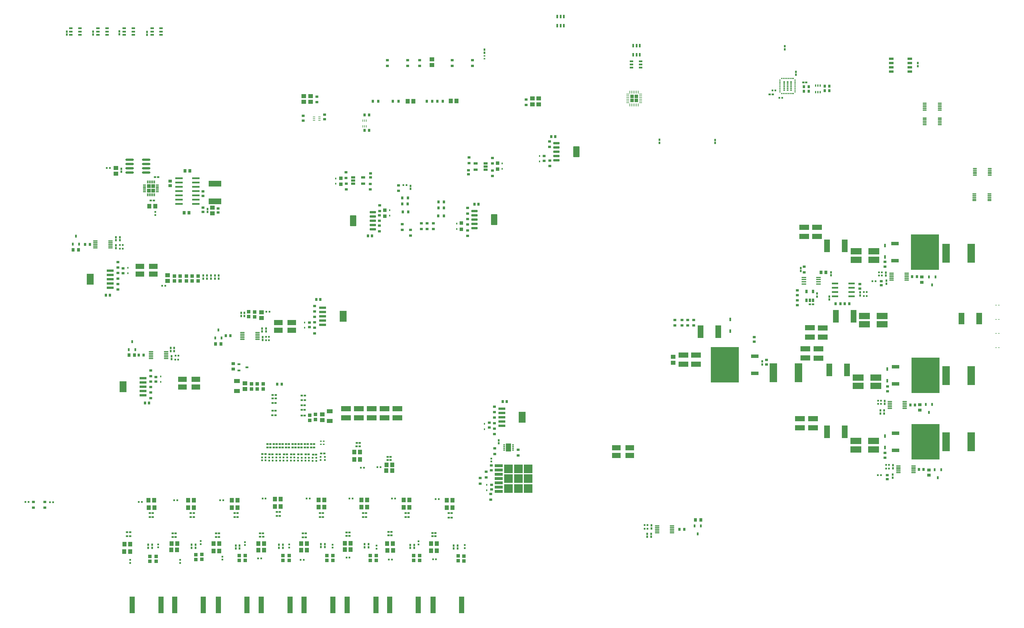
<source format=gbp>
G04*
G04 #@! TF.GenerationSoftware,Altium Limited,Altium Designer,20.2.6 (244)*
G04*
G04 Layer_Color=128*
%FSLAX25Y25*%
%MOIN*%
G70*
G04*
G04 #@! TF.SameCoordinates,7BFF7E2D-F564-4378-804B-9DD5228BFDDE*
G04*
G04*
G04 #@! TF.FilePolarity,Positive*
G04*
G01*
G75*
%ADD36R,0.02598X0.02441*%
%ADD37R,0.02441X0.02598*%
%ADD44R,0.03543X0.02953*%
%ADD48R,0.03543X0.02756*%
%ADD49R,0.03740X0.03150*%
%ADD55R,0.03150X0.03740*%
%ADD58R,0.02362X0.02165*%
%ADD60R,0.02600X0.00900*%
%ADD61R,0.06299X0.19291*%
%ADD67R,0.04528X0.05512*%
%ADD70R,0.03937X0.04134*%
%ADD75R,0.02165X0.01772*%
%ADD79R,0.02323X0.02441*%
%ADD94R,0.02441X0.02323*%
%ADD100R,0.03740X0.02362*%
%ADD101R,0.02953X0.03543*%
%ADD104R,0.05512X0.04528*%
%ADD109R,0.03937X0.03543*%
%ADD111R,0.00100X0.00100*%
%ADD112R,0.02756X0.03543*%
%ADD113R,0.02165X0.02362*%
%ADD117R,0.03543X0.03937*%
%ADD118R,0.02362X0.03740*%
G04:AMPARAMS|DCode=300|XSize=43.31mil|YSize=23.62mil|CornerRadius=2.01mil|HoleSize=0mil|Usage=FLASHONLY|Rotation=90.000|XOffset=0mil|YOffset=0mil|HoleType=Round|Shape=RoundedRectangle|*
%AMROUNDEDRECTD300*
21,1,0.04331,0.01961,0,0,90.0*
21,1,0.03929,0.02362,0,0,90.0*
1,1,0.00402,0.00980,0.01965*
1,1,0.00402,0.00980,-0.01965*
1,1,0.00402,-0.00980,-0.01965*
1,1,0.00402,-0.00980,0.01965*
%
%ADD300ROUNDEDRECTD300*%
%ADD301R,0.10000X0.06100*%
%ADD302R,0.07800X0.02200*%
%ADD303R,0.05315X0.01575*%
%ADD304R,0.03543X0.04134*%
%ADD305R,0.12800X0.07500*%
%ADD306O,0.05315X0.01181*%
%ADD307R,0.07008X0.13780*%
%ADD308R,0.01968X0.03937*%
%ADD309R,0.00900X0.02600*%
%ADD310R,0.03740X0.02953*%
%ADD311R,0.02559X0.02165*%
%ADD312R,0.02559X0.02165*%
%ADD313R,0.02559X0.02165*%
%ADD314R,0.02559X0.02165*%
%ADD315R,0.09000X0.02400*%
%ADD316R,0.14567X0.06890*%
%ADD317R,0.04134X0.03543*%
%ADD318R,0.04331X0.04331*%
%ADD319R,0.32677X0.41732*%
%ADD320R,0.08661X0.04134*%
%ADD321R,0.11811X0.06496*%
%ADD322R,0.09055X0.22047*%
%ADD323R,0.02365X0.04375*%
%ADD324R,0.01417X0.00984*%
%ADD325R,0.09252X0.03543*%
%ADD328O,0.03740X0.00984*%
%ADD329O,0.00984X0.03740*%
%ADD331R,0.01181X0.01772*%
%ADD332R,0.01772X0.01181*%
%ADD333R,0.05709X0.02559*%
%ADD334R,0.06890X0.14567*%
G04:AMPARAMS|DCode=335|XSize=11.81mil|YSize=53.15mil|CornerRadius=1.95mil|HoleSize=0mil|Usage=FLASHONLY|Rotation=90.000|XOffset=0mil|YOffset=0mil|HoleType=Round|Shape=RoundedRectangle|*
%AMROUNDEDRECTD335*
21,1,0.01181,0.04925,0,0,90.0*
21,1,0.00791,0.05315,0,0,90.0*
1,1,0.00390,0.02463,0.00396*
1,1,0.00390,0.02463,-0.00396*
1,1,0.00390,-0.02463,-0.00396*
1,1,0.00390,-0.02463,0.00396*
%
%ADD335ROUNDEDRECTD335*%
G04:AMPARAMS|DCode=336|XSize=25.59mil|YSize=47.24mil|CornerRadius=1.92mil|HoleSize=0mil|Usage=FLASHONLY|Rotation=270.000|XOffset=0mil|YOffset=0mil|HoleType=Round|Shape=RoundedRectangle|*
%AMROUNDEDRECTD336*
21,1,0.02559,0.04341,0,0,270.0*
21,1,0.02175,0.04724,0,0,270.0*
1,1,0.00384,-0.02170,-0.01088*
1,1,0.00384,-0.02170,0.01088*
1,1,0.00384,0.02170,0.01088*
1,1,0.00384,0.02170,-0.01088*
%
%ADD336ROUNDEDRECTD336*%
G04:AMPARAMS|DCode=337|XSize=124.02mil|YSize=70.87mil|CornerRadius=2.13mil|HoleSize=0mil|Usage=FLASHONLY|Rotation=90.000|XOffset=0mil|YOffset=0mil|HoleType=Round|Shape=RoundedRectangle|*
%AMROUNDEDRECTD337*
21,1,0.12402,0.06661,0,0,90.0*
21,1,0.11976,0.07087,0,0,90.0*
1,1,0.00425,0.03331,0.05988*
1,1,0.00425,0.03331,-0.05988*
1,1,0.00425,-0.03331,-0.05988*
1,1,0.00425,-0.03331,0.05988*
%
%ADD337ROUNDEDRECTD337*%
G04:AMPARAMS|DCode=338|XSize=23.62mil|YSize=70.87mil|CornerRadius=2.01mil|HoleSize=0mil|Usage=FLASHONLY|Rotation=90.000|XOffset=0mil|YOffset=0mil|HoleType=Round|Shape=RoundedRectangle|*
%AMROUNDEDRECTD338*
21,1,0.02362,0.06685,0,0,90.0*
21,1,0.01961,0.07087,0,0,90.0*
1,1,0.00402,0.03343,0.00980*
1,1,0.00402,0.03343,-0.00980*
1,1,0.00402,-0.03343,-0.00980*
1,1,0.00402,-0.03343,0.00980*
%
%ADD338ROUNDEDRECTD338*%
%ADD339R,0.01575X0.02165*%
G04:AMPARAMS|DCode=340|XSize=23.62mil|YSize=82.68mil|CornerRadius=2.01mil|HoleSize=0mil|Usage=FLASHONLY|Rotation=90.000|XOffset=0mil|YOffset=0mil|HoleType=Round|Shape=RoundedRectangle|*
%AMROUNDEDRECTD340*
21,1,0.02362,0.07866,0,0,90.0*
21,1,0.01961,0.08268,0,0,90.0*
1,1,0.00402,0.03933,0.00980*
1,1,0.00402,0.03933,-0.00980*
1,1,0.00402,-0.03933,-0.00980*
1,1,0.00402,-0.03933,0.00980*
%
%ADD340ROUNDEDRECTD340*%
G04:AMPARAMS|DCode=341|XSize=125.98mil|YSize=82.68mil|CornerRadius=2.07mil|HoleSize=0mil|Usage=FLASHONLY|Rotation=90.000|XOffset=0mil|YOffset=0mil|HoleType=Round|Shape=RoundedRectangle|*
%AMROUNDEDRECTD341*
21,1,0.12598,0.07854,0,0,90.0*
21,1,0.12185,0.08268,0,0,90.0*
1,1,0.00413,0.03927,0.06093*
1,1,0.00413,0.03927,-0.06093*
1,1,0.00413,-0.03927,-0.06093*
1,1,0.00413,-0.03927,0.06093*
%
%ADD341ROUNDEDRECTD341*%
%ADD342R,0.03937X0.01968*%
%ADD343R,0.06378X0.09370*%
%ADD344R,0.02165X0.01378*%
%ADD345R,0.03937X0.04331*%
%ADD346R,0.01772X0.02953*%
%ADD347O,0.09843X0.02756*%
%ADD348R,0.01181X0.03562*%
%ADD349R,0.03562X0.01181*%
%ADD351R,0.08465X0.12598*%
%ADD352R,0.08465X0.02756*%
%ADD353R,0.06890X0.04528*%
%ADD399R,0.10354X0.10354*%
%ADD400R,0.04252X0.04252*%
%ADD401R,0.02362X0.01181*%
G36*
X159234Y598205D02*
Y593874D01*
X154903D01*
Y598205D01*
X159234D01*
D02*
G37*
G36*
Y603323D02*
Y598992D01*
X154903D01*
Y603323D01*
X159234D01*
D02*
G37*
G36*
X164352Y598205D02*
Y593874D01*
X160022D01*
Y598205D01*
X164352D01*
D02*
G37*
G36*
Y603323D02*
Y598992D01*
X160022D01*
Y603323D01*
X164352D01*
D02*
G37*
D36*
X932532Y463000D02*
D03*
X929068D02*
D03*
X167926Y611655D02*
D03*
X164462D02*
D03*
X159426Y584347D02*
D03*
X162891D02*
D03*
X924758Y722504D02*
D03*
X921294D02*
D03*
X882039Y708584D02*
D03*
X885503D02*
D03*
X358471Y288603D02*
D03*
X361935D02*
D03*
X435941Y284634D02*
D03*
X439405D02*
D03*
X403240Y297228D02*
D03*
X399775D02*
D03*
X435831Y280972D02*
D03*
X439296D02*
D03*
X403313Y300995D02*
D03*
X399849D02*
D03*
X348834Y287575D02*
D03*
X352299D02*
D03*
X340186Y287600D02*
D03*
X343650D02*
D03*
X331733Y287616D02*
D03*
X335197D02*
D03*
X323302Y287680D02*
D03*
X326766D02*
D03*
X314893D02*
D03*
X318358D02*
D03*
X306457Y287764D02*
D03*
X309922D02*
D03*
X297990Y287719D02*
D03*
X301455D02*
D03*
X289731Y287968D02*
D03*
X293195D02*
D03*
X491733Y195771D02*
D03*
X488269D02*
D03*
X440365Y193251D02*
D03*
X436901D02*
D03*
X391377Y192471D02*
D03*
X387912D02*
D03*
X340429Y195339D02*
D03*
X336965D02*
D03*
X290484Y195551D02*
D03*
X287020D02*
D03*
X239094Y191012D02*
D03*
X235630D02*
D03*
X188428Y191055D02*
D03*
X184964D02*
D03*
X135201Y196661D02*
D03*
X131736D02*
D03*
X507287Y219028D02*
D03*
X510752D02*
D03*
X456866Y218976D02*
D03*
X460331D02*
D03*
X407224Y219098D02*
D03*
X410689D02*
D03*
X356913Y214571D02*
D03*
X360378D02*
D03*
X306594Y215634D02*
D03*
X310059D02*
D03*
X257169Y219063D02*
D03*
X260634D02*
D03*
X206098Y214535D02*
D03*
X209562D02*
D03*
X158276D02*
D03*
X161740D02*
D03*
X491684Y191957D02*
D03*
X488220D02*
D03*
X440404Y197204D02*
D03*
X436939D02*
D03*
X391469Y196351D02*
D03*
X388005D02*
D03*
X340429Y190681D02*
D03*
X336965D02*
D03*
X290577Y191485D02*
D03*
X287112D02*
D03*
X239094Y195551D02*
D03*
X235630D02*
D03*
X188428Y195583D02*
D03*
X184964D02*
D03*
X135248Y192133D02*
D03*
X131783D02*
D03*
X507287Y213898D02*
D03*
X510752D02*
D03*
X456866Y214370D02*
D03*
X460331D02*
D03*
X407224Y214398D02*
D03*
X410689D02*
D03*
X356913Y219098D02*
D03*
X360378D02*
D03*
X306594Y220272D02*
D03*
X310059D02*
D03*
X257169Y214535D02*
D03*
X260634D02*
D03*
X206098Y219063D02*
D03*
X209562D02*
D03*
X158276D02*
D03*
X161740D02*
D03*
X335650Y345043D02*
D03*
X339114D02*
D03*
X335697Y350994D02*
D03*
X339161D02*
D03*
X335697Y356345D02*
D03*
X339161D02*
D03*
X335619Y333034D02*
D03*
X339084D02*
D03*
X335650Y339776D02*
D03*
X339114D02*
D03*
X305193Y353131D02*
D03*
X301728D02*
D03*
X304953Y333293D02*
D03*
X301489D02*
D03*
X304985Y338606D02*
D03*
X301520D02*
D03*
X305116Y347614D02*
D03*
X301651D02*
D03*
X305193Y357038D02*
D03*
X301728D02*
D03*
D37*
X918300Y505432D02*
D03*
Y501968D02*
D03*
X937467Y472130D02*
D03*
Y475595D02*
D03*
X987800Y473568D02*
D03*
Y477032D02*
D03*
X953600Y496968D02*
D03*
Y500432D02*
D03*
X753352Y655257D02*
D03*
Y651792D02*
D03*
X818321Y655219D02*
D03*
Y651755D02*
D03*
X225600Y571068D02*
D03*
Y574532D02*
D03*
X125038Y617983D02*
D03*
Y621448D02*
D03*
X155036Y777947D02*
D03*
Y781411D02*
D03*
X122673Y778634D02*
D03*
Y782099D02*
D03*
X92107Y778265D02*
D03*
Y781730D02*
D03*
X61386Y778312D02*
D03*
Y781777D02*
D03*
X951600Y468768D02*
D03*
Y472232D02*
D03*
X1018228Y487136D02*
D03*
Y490600D02*
D03*
X1025767Y260490D02*
D03*
Y263955D02*
D03*
X1025931Y274982D02*
D03*
Y271518D02*
D03*
X1017589Y500177D02*
D03*
Y496713D02*
D03*
X1055156Y741518D02*
D03*
Y744982D02*
D03*
X912753Y734821D02*
D03*
Y731356D02*
D03*
X899678Y761230D02*
D03*
Y764695D02*
D03*
X512972Y181087D02*
D03*
Y177622D02*
D03*
X466917Y181805D02*
D03*
Y178340D02*
D03*
X413619Y182709D02*
D03*
Y179244D02*
D03*
X362631Y182727D02*
D03*
Y179262D02*
D03*
X313687Y181953D02*
D03*
Y178488D02*
D03*
X258583Y181091D02*
D03*
Y177626D02*
D03*
X206952Y181972D02*
D03*
Y178508D02*
D03*
X156186Y181937D02*
D03*
Y178472D02*
D03*
X517583Y181087D02*
D03*
Y177622D02*
D03*
X462388Y181818D02*
D03*
Y178354D02*
D03*
X408878Y182709D02*
D03*
Y179244D02*
D03*
X357890Y182757D02*
D03*
Y179292D02*
D03*
X309025Y181953D02*
D03*
Y178488D02*
D03*
X263110Y181091D02*
D03*
Y177626D02*
D03*
X211544Y181972D02*
D03*
Y178508D02*
D03*
X160927Y181937D02*
D03*
Y178472D02*
D03*
X220593Y493182D02*
D03*
Y496647D02*
D03*
X225121Y493182D02*
D03*
Y496647D02*
D03*
X229650Y493182D02*
D03*
Y496647D02*
D03*
X234178Y493182D02*
D03*
Y496647D02*
D03*
X238785Y493182D02*
D03*
Y496647D02*
D03*
X265120Y453032D02*
D03*
Y449568D02*
D03*
X268800Y452932D02*
D03*
Y449468D02*
D03*
X118659Y541575D02*
D03*
Y538110D02*
D03*
X123188Y541516D02*
D03*
Y538052D02*
D03*
X289424Y434726D02*
D03*
Y431262D02*
D03*
X293953Y434726D02*
D03*
Y431262D02*
D03*
X118659Y528585D02*
D03*
Y532049D02*
D03*
X290010Y421283D02*
D03*
Y424747D02*
D03*
X739064Y191359D02*
D03*
Y194824D02*
D03*
X743593Y191344D02*
D03*
Y194808D02*
D03*
X744105Y204715D02*
D03*
Y201251D02*
D03*
X182520Y412006D02*
D03*
Y408542D02*
D03*
X186510Y411996D02*
D03*
Y408532D02*
D03*
X183608Y399064D02*
D03*
Y402529D02*
D03*
X462527Y597995D02*
D03*
Y601460D02*
D03*
X1011182Y335578D02*
D03*
Y339042D02*
D03*
X1015809Y335578D02*
D03*
Y339042D02*
D03*
X1016270Y350217D02*
D03*
Y346752D02*
D03*
X873474Y396348D02*
D03*
Y392884D02*
D03*
X565772Y304071D02*
D03*
Y300607D02*
D03*
X549000Y760599D02*
D03*
Y757135D02*
D03*
D44*
X238100Y575162D02*
D03*
Y570438D02*
D03*
X1012390Y485425D02*
D03*
Y490146D02*
D03*
X1019362Y258760D02*
D03*
Y263484D02*
D03*
X530244Y615116D02*
D03*
Y619840D02*
D03*
X416132Y616083D02*
D03*
Y611358D02*
D03*
D48*
X914451Y479356D02*
D03*
Y473844D02*
D03*
Y467756D02*
D03*
Y462244D02*
D03*
X987300Y486856D02*
D03*
Y481344D02*
D03*
X337241Y677801D02*
D03*
Y683313D02*
D03*
X127119Y505026D02*
D03*
Y499514D02*
D03*
X362278Y684838D02*
D03*
X362279Y679325D02*
D03*
X556938Y269239D02*
D03*
Y274751D02*
D03*
X557230Y246693D02*
D03*
Y252205D02*
D03*
X618715Y636271D02*
D03*
Y630759D02*
D03*
X863997Y424912D02*
D03*
X863997Y419400D02*
D03*
X1016732Y507087D02*
D03*
Y512598D02*
D03*
X1019685Y361417D02*
D03*
X1019685Y366929D02*
D03*
X1016658Y283886D02*
D03*
X1016658Y289397D02*
D03*
X165445Y372676D02*
D03*
Y378188D02*
D03*
X554622Y324586D02*
D03*
Y319074D02*
D03*
X344590Y441867D02*
D03*
X344589Y436355D02*
D03*
X878415Y398179D02*
D03*
Y392667D02*
D03*
D49*
X922408Y507048D02*
D03*
Y500552D02*
D03*
X625079Y653461D02*
D03*
X625079Y646963D02*
D03*
X597723Y702437D02*
D03*
Y695941D02*
D03*
X353221Y705762D02*
D03*
Y699266D02*
D03*
X35695Y231976D02*
D03*
Y225480D02*
D03*
X22439Y231976D02*
D03*
Y225482D02*
D03*
X459221Y741760D02*
D03*
Y748256D02*
D03*
X771459Y444754D02*
D03*
Y438258D02*
D03*
X448812Y602241D02*
D03*
Y595744D02*
D03*
X561131Y288248D02*
D03*
X561132Y294743D02*
D03*
X550835Y260893D02*
D03*
Y267389D02*
D03*
X543944Y259973D02*
D03*
Y253477D02*
D03*
X556189Y234815D02*
D03*
Y241311D02*
D03*
X159373Y360017D02*
D03*
Y353521D02*
D03*
X120999Y486847D02*
D03*
Y480350D02*
D03*
X588370Y292956D02*
D03*
Y286461D02*
D03*
X625278Y631206D02*
D03*
X625280Y624709D02*
D03*
X534850Y748256D02*
D03*
Y741760D02*
D03*
X435598Y748256D02*
D03*
Y741760D02*
D03*
X793373Y444752D02*
D03*
Y438256D02*
D03*
X786482Y444752D02*
D03*
Y438256D02*
D03*
X473390Y748256D02*
D03*
Y741760D02*
D03*
X779591Y444752D02*
D03*
Y438256D02*
D03*
X511193Y748257D02*
D03*
X511194Y741760D02*
D03*
X426290Y554927D02*
D03*
Y548431D02*
D03*
X529436Y569120D02*
D03*
Y575616D02*
D03*
X350693Y441938D02*
D03*
Y448434D02*
D03*
X120999Y499644D02*
D03*
Y493148D02*
D03*
X159248Y372814D02*
D03*
Y366318D02*
D03*
X560521Y324213D02*
D03*
Y330709D02*
D03*
X159313Y379114D02*
D03*
Y385610D02*
D03*
X560521Y337009D02*
D03*
X560520Y343505D02*
D03*
X560521Y317913D02*
D03*
X560520Y311417D02*
D03*
X558405Y634244D02*
D03*
Y627750D02*
D03*
X558405Y619522D02*
D03*
Y613026D02*
D03*
X387587Y604016D02*
D03*
Y597520D02*
D03*
X387410Y610827D02*
D03*
Y617323D02*
D03*
X350809Y454735D02*
D03*
Y461231D02*
D03*
X350693Y435638D02*
D03*
Y429142D02*
D03*
X426415Y567134D02*
D03*
Y560638D02*
D03*
X529388Y556323D02*
D03*
Y562819D02*
D03*
X426524Y572132D02*
D03*
Y578626D02*
D03*
X529437Y549557D02*
D03*
Y543061D02*
D03*
X120999Y505944D02*
D03*
Y512440D02*
D03*
X531008Y634721D02*
D03*
X531008Y628225D02*
D03*
X415544Y603779D02*
D03*
Y597283D02*
D03*
X453053Y550123D02*
D03*
X453051Y556619D02*
D03*
X489248Y551090D02*
D03*
Y557587D02*
D03*
X482125Y551090D02*
D03*
Y557587D02*
D03*
X462590Y543472D02*
D03*
X462590Y549968D02*
D03*
X475234Y551099D02*
D03*
Y557595D02*
D03*
D55*
X495323Y575761D02*
D03*
X501819Y575760D02*
D03*
X488106Y700382D02*
D03*
X481610D02*
D03*
X418508Y700410D02*
D03*
X425006D02*
D03*
X442012D02*
D03*
X448508D02*
D03*
X493985Y700382D02*
D03*
X500481D02*
D03*
X501559Y566480D02*
D03*
X495063Y566482D02*
D03*
X501819Y582704D02*
D03*
X495323D02*
D03*
X453050Y587356D02*
D03*
X459546D02*
D03*
X452881Y580368D02*
D03*
X459377D02*
D03*
X453552Y571200D02*
D03*
X460048D02*
D03*
D58*
X995291Y477445D02*
D03*
X991944D02*
D03*
X995291Y472917D02*
D03*
X991944D02*
D03*
X126633Y528016D02*
D03*
Y532545D02*
D03*
X297428Y421057D02*
D03*
X297455Y425142D02*
D03*
X736096Y200681D02*
D03*
X735928Y205210D02*
D03*
X739443Y200681D02*
D03*
X739274Y205210D02*
D03*
X885192Y713112D02*
D03*
X888539D02*
D03*
X893266Y704437D02*
D03*
X896613Y704438D02*
D03*
X1013110Y500581D02*
D03*
X1009764D02*
D03*
X1021304Y275529D02*
D03*
X1017957D02*
D03*
X1013110Y496585D02*
D03*
X1009764D02*
D03*
X1021304Y271000D02*
D03*
X1017957D02*
D03*
X294082Y421057D02*
D03*
X294109Y425142D02*
D03*
X123286Y528016D02*
D03*
Y532545D02*
D03*
X191472Y398449D02*
D03*
X188125D02*
D03*
X191512Y402983D02*
D03*
X188165D02*
D03*
X1008604Y350546D02*
D03*
X1011950D02*
D03*
X1008593Y346624D02*
D03*
X1011940D02*
D03*
D60*
X349971Y682161D02*
D03*
Y680193D02*
D03*
Y678224D02*
D03*
X356470D02*
D03*
Y680193D02*
D03*
Y682161D02*
D03*
D61*
X522432Y111876D02*
D03*
X488968D02*
D03*
X471732D02*
D03*
X438268D02*
D03*
X422232D02*
D03*
X388768D02*
D03*
X371832D02*
D03*
X338368D02*
D03*
X321932D02*
D03*
X288468D02*
D03*
X271732D02*
D03*
X238268D02*
D03*
X220732D02*
D03*
X187268D02*
D03*
X171248D02*
D03*
X137784D02*
D03*
D67*
X304381Y226827D02*
D03*
X311074D02*
D03*
X434488Y268878D02*
D03*
X441181D02*
D03*
X434604Y275354D02*
D03*
X441297D02*
D03*
X403559Y281840D02*
D03*
X396866D02*
D03*
X403559Y290518D02*
D03*
X396866D02*
D03*
X511661Y233988D02*
D03*
X504968D02*
D03*
X511661Y225524D02*
D03*
X504968D02*
D03*
X486657Y183417D02*
D03*
X493350D02*
D03*
X486657Y174937D02*
D03*
X493350D02*
D03*
X461390Y225850D02*
D03*
X454697D02*
D03*
X435280Y183429D02*
D03*
X441972D02*
D03*
X435502Y175386D02*
D03*
X442195Y175385D02*
D03*
X461390Y234315D02*
D03*
X454697D02*
D03*
X385961Y176347D02*
D03*
X392653Y176347D02*
D03*
X412028Y225972D02*
D03*
X405335D02*
D03*
X412028Y234437D02*
D03*
X405335D02*
D03*
X385961Y183736D02*
D03*
X392653D02*
D03*
X334972Y175776D02*
D03*
X341665D02*
D03*
X361858Y234437D02*
D03*
X355165D02*
D03*
X334980Y183492D02*
D03*
X341673D02*
D03*
X362075Y225972D02*
D03*
X355382D02*
D03*
X311074Y235295D02*
D03*
X304381D02*
D03*
X285130Y183496D02*
D03*
X291823D02*
D03*
X285130Y175779D02*
D03*
X291823Y175778D02*
D03*
X232720Y183346D02*
D03*
X239413D02*
D03*
X260547Y234028D02*
D03*
X253854D02*
D03*
X232720Y174882D02*
D03*
X239413D02*
D03*
X260673Y225563D02*
D03*
X253980D02*
D03*
X128472Y174134D02*
D03*
X135165D02*
D03*
X128557Y182602D02*
D03*
X135249Y182601D02*
D03*
X163610Y225563D02*
D03*
X156917D02*
D03*
X163488Y234028D02*
D03*
X156795D02*
D03*
X209646D02*
D03*
X202953D02*
D03*
X183543Y183346D02*
D03*
X190236D02*
D03*
X209646Y225563D02*
D03*
X202953D02*
D03*
X183330Y175932D02*
D03*
X190023D02*
D03*
X466110Y700410D02*
D03*
X459417D02*
D03*
X516232Y700622D02*
D03*
X509540D02*
D03*
X157800Y577630D02*
D03*
X164492D02*
D03*
D70*
X214608Y496232D02*
D03*
Y490327D02*
D03*
X207718Y496232D02*
D03*
X207717Y490327D02*
D03*
X200825Y496232D02*
D03*
X200826Y490327D02*
D03*
X193722Y496232D02*
D03*
X193723Y490327D02*
D03*
X186832Y496232D02*
D03*
Y490327D02*
D03*
X273806Y448651D02*
D03*
X273807Y454556D02*
D03*
X280574Y448341D02*
D03*
X280572Y454247D02*
D03*
X276913Y370064D02*
D03*
X276913Y364159D02*
D03*
X290697Y370064D02*
D03*
X290693Y364159D02*
D03*
X283804Y370064D02*
D03*
X283803Y364159D02*
D03*
X345078Y327466D02*
D03*
X345075Y333370D02*
D03*
X351701Y328449D02*
D03*
X351699Y334354D02*
D03*
D75*
X549000Y749968D02*
D03*
Y753512D02*
D03*
X361401Y302969D02*
D03*
Y299426D02*
D03*
X357840Y302969D02*
D03*
Y299426D02*
D03*
D79*
X16537Y232017D02*
D03*
X12954Y232016D02*
D03*
X111598Y622409D02*
D03*
X108015D02*
D03*
X427663Y272844D02*
D03*
X424081Y272843D02*
D03*
X1005534Y490106D02*
D03*
X1001951D02*
D03*
X488828Y165114D02*
D03*
X492410D02*
D03*
X492076Y235578D02*
D03*
X495659D02*
D03*
X437464Y164788D02*
D03*
X441047D02*
D03*
X440910Y236161D02*
D03*
X444493D02*
D03*
X387900Y166998D02*
D03*
X391482D02*
D03*
X391388Y236161D02*
D03*
X394970D02*
D03*
X334449Y164523D02*
D03*
X338032D02*
D03*
X341346Y236161D02*
D03*
X344928D02*
D03*
X284640Y166034D02*
D03*
X288223D02*
D03*
X289833Y236161D02*
D03*
X293415D02*
D03*
X240430Y234059D02*
D03*
X244013D02*
D03*
X186680D02*
D03*
X190263D02*
D03*
X1008359Y263390D02*
D03*
X1011942Y263391D02*
D03*
X45181Y231729D02*
D03*
X41597D02*
D03*
X148842Y232061D02*
D03*
X145259Y232063D02*
D03*
X294465Y454515D02*
D03*
X298048D02*
D03*
X176318Y484617D02*
D03*
X172736D02*
D03*
X408224Y272240D02*
D03*
X404641Y272239D02*
D03*
X454436Y602578D02*
D03*
X458018D02*
D03*
D94*
X362666Y281134D02*
D03*
Y284717D02*
D03*
X357531D02*
D03*
Y281134D02*
D03*
X352573Y280232D02*
D03*
Y283815D02*
D03*
X327027Y280336D02*
D03*
Y283919D02*
D03*
X318631Y280336D02*
D03*
Y283919D02*
D03*
X310199Y280420D02*
D03*
Y284003D02*
D03*
X293369Y280624D02*
D03*
Y284207D02*
D03*
X348399Y283815D02*
D03*
Y280232D02*
D03*
X339850Y283837D02*
D03*
Y280254D02*
D03*
X331417Y283855D02*
D03*
Y280273D02*
D03*
X322853Y283919D02*
D03*
Y280336D02*
D03*
X314456Y283919D02*
D03*
Y280336D02*
D03*
X306025Y284003D02*
D03*
Y280420D02*
D03*
X297614Y283958D02*
D03*
Y280376D02*
D03*
X289194Y284207D02*
D03*
Y280624D02*
D03*
X164492Y571007D02*
D03*
Y567424D02*
D03*
X525871Y181637D02*
D03*
Y178055D02*
D03*
X471854Y185947D02*
D03*
X471854Y182364D02*
D03*
X371804Y182181D02*
D03*
Y178599D02*
D03*
X423110Y181058D02*
D03*
X423112Y177475D02*
D03*
X320984Y182297D02*
D03*
X320984Y178714D02*
D03*
X269197Y185176D02*
D03*
X269197Y181593D02*
D03*
X217730Y182889D02*
D03*
X217728Y186472D02*
D03*
X167976Y182568D02*
D03*
X167975Y178985D02*
D03*
X242884Y164609D02*
D03*
Y168192D02*
D03*
X193630Y160898D02*
D03*
Y164480D02*
D03*
X135165D02*
D03*
Y160898D02*
D03*
X344024Y280254D02*
D03*
Y283837D02*
D03*
X335591Y280273D02*
D03*
Y283855D02*
D03*
X301789Y280376D02*
D03*
Y283958D02*
D03*
D100*
X271568Y389377D02*
D03*
X262315Y393117D02*
D03*
X262316Y385637D02*
D03*
D101*
X575044Y349361D02*
D03*
X570320D02*
D03*
X106880Y473906D02*
D03*
X111605D02*
D03*
X352688Y468631D02*
D03*
X357412Y468629D02*
D03*
X157442Y347893D02*
D03*
X152717D02*
D03*
X627075Y659142D02*
D03*
X631799D02*
D03*
X417745Y542996D02*
D03*
X413021D02*
D03*
X537410Y580005D02*
D03*
X542134D02*
D03*
D104*
X231405Y576147D02*
D03*
Y569455D02*
D03*
X604911Y703594D02*
D03*
Y696902D02*
D03*
X612453Y703594D02*
D03*
Y696902D02*
D03*
X345972Y706575D02*
D03*
Y699882D02*
D03*
X337993Y706575D02*
D03*
Y699882D02*
D03*
X487563Y742838D02*
D03*
Y749532D02*
D03*
X769412Y394901D02*
D03*
X769413Y401594D02*
D03*
X118646Y615717D02*
D03*
X118645Y622409D02*
D03*
X179155Y497031D02*
D03*
X179154Y490338D02*
D03*
X288630Y447181D02*
D03*
X288629Y453873D02*
D03*
X269211Y370742D02*
D03*
X269213Y364049D02*
D03*
X359591Y327803D02*
D03*
Y334496D02*
D03*
D109*
X1067982Y263281D02*
D03*
X1067983Y269580D02*
D03*
X1059614Y488787D02*
D03*
X1059614Y495086D02*
D03*
X1057309Y345853D02*
D03*
Y339554D02*
D03*
X255524Y393687D02*
D03*
Y387387D02*
D03*
D111*
X159628Y598598D02*
D03*
D112*
X969644Y463900D02*
D03*
X975156D02*
D03*
X959144D02*
D03*
X964656D02*
D03*
X246878Y426530D02*
D03*
X252390D02*
D03*
X946290Y717984D02*
D03*
X951801Y717984D02*
D03*
X776777Y200130D02*
D03*
X782289D02*
D03*
X946290Y712668D02*
D03*
X951801Y712668D02*
D03*
X922035Y717570D02*
D03*
X927547D02*
D03*
X927547Y712058D02*
D03*
X922035D02*
D03*
X1051674Y345397D02*
D03*
X1046162D02*
D03*
X1053905Y495422D02*
D03*
X1048393D02*
D03*
X1061760Y270163D02*
D03*
X1056248D02*
D03*
X408866Y666410D02*
D03*
X414378D02*
D03*
X408866Y684383D02*
D03*
X414378Y684382D02*
D03*
X306826Y369886D02*
D03*
X312338D02*
D03*
X82797Y533067D02*
D03*
X88309D02*
D03*
X145355Y403784D02*
D03*
X150867D02*
D03*
D113*
X556876Y282724D02*
D03*
Y279378D02*
D03*
D117*
X795387Y210964D02*
D03*
X801687D02*
D03*
X68673Y526589D02*
D03*
X74974D02*
D03*
X235142Y416890D02*
D03*
X241441D02*
D03*
X133878Y403666D02*
D03*
X140177D02*
D03*
D118*
X1071817Y485819D02*
D03*
X1075547Y495071D02*
D03*
X1068077D02*
D03*
X794217Y204159D02*
D03*
X801697D02*
D03*
X797957Y194907D02*
D03*
X1074728Y269682D02*
D03*
X1082210Y269681D02*
D03*
X1078470Y260430D02*
D03*
X1068002Y336684D02*
D03*
X1071742Y345936D02*
D03*
X1064262D02*
D03*
X72067Y542633D02*
D03*
X68328Y533381D02*
D03*
X75808D02*
D03*
X238289Y432935D02*
D03*
X234549Y423683D02*
D03*
X242029D02*
D03*
X137520Y419253D02*
D03*
X133779Y410001D02*
D03*
X141260D02*
D03*
D300*
X932595Y478035D02*
D03*
X925115D02*
D03*
Y467799D02*
D03*
X928855D02*
D03*
X932595D02*
D03*
D301*
X196236Y366550D02*
D03*
Y375450D02*
D03*
X211836D02*
D03*
Y366550D02*
D03*
X718633Y295450D02*
D03*
Y286550D02*
D03*
X703032D02*
D03*
Y295450D02*
D03*
X146700Y498550D02*
D03*
Y507450D02*
D03*
X162300D02*
D03*
Y498550D02*
D03*
X324072Y441750D02*
D03*
Y432850D02*
D03*
X308472D02*
D03*
Y441750D02*
D03*
D302*
X977700Y472500D02*
D03*
Y477500D02*
D03*
Y482500D02*
D03*
Y487500D02*
D03*
X958300D02*
D03*
Y482500D02*
D03*
Y477500D02*
D03*
Y472500D02*
D03*
D303*
X921935Y494539D02*
D03*
Y491980D02*
D03*
Y489421D02*
D03*
Y486861D02*
D03*
X938865D02*
D03*
Y489421D02*
D03*
Y491980D02*
D03*
Y494539D02*
D03*
D304*
X942080Y500581D02*
D03*
X947788D02*
D03*
X198344Y570147D02*
D03*
X203856D02*
D03*
X204898Y619195D02*
D03*
X199386D02*
D03*
D305*
X992650Y439650D02*
D03*
Y449550D02*
D03*
X1013350D02*
D03*
Y439650D02*
D03*
X982750Y293450D02*
D03*
Y303350D02*
D03*
X1003450D02*
D03*
Y293450D02*
D03*
X985450Y367650D02*
D03*
Y377550D02*
D03*
X1006150D02*
D03*
Y367650D02*
D03*
X983050Y515050D02*
D03*
Y524950D02*
D03*
X1003750D02*
D03*
Y515050D02*
D03*
D306*
X1121540Y613963D02*
D03*
Y615932D02*
D03*
Y617900D02*
D03*
Y619869D02*
D03*
Y621837D02*
D03*
X1139060Y613963D02*
D03*
Y615932D02*
D03*
Y617900D02*
D03*
Y619869D02*
D03*
Y621837D02*
D03*
X1121040Y584263D02*
D03*
Y586232D02*
D03*
Y588200D02*
D03*
Y590169D02*
D03*
Y592137D02*
D03*
X1138560Y584263D02*
D03*
Y586232D02*
D03*
Y588200D02*
D03*
Y590169D02*
D03*
Y592137D02*
D03*
X1063059Y673033D02*
D03*
Y675001D02*
D03*
Y676970D02*
D03*
Y678938D02*
D03*
Y680907D02*
D03*
X1080579Y673033D02*
D03*
Y675001D02*
D03*
Y676970D02*
D03*
Y678938D02*
D03*
Y680907D02*
D03*
X1063059Y690177D02*
D03*
Y692146D02*
D03*
Y694114D02*
D03*
Y696083D02*
D03*
Y698051D02*
D03*
X1080579Y690177D02*
D03*
Y692146D02*
D03*
Y694114D02*
D03*
Y696083D02*
D03*
Y698051D02*
D03*
D307*
X1126695Y446500D02*
D03*
X1106105D02*
D03*
D308*
X722760Y765315D02*
D03*
X726500D02*
D03*
X730240D02*
D03*
Y754685D02*
D03*
X726500D02*
D03*
X722760D02*
D03*
X641622Y788711D02*
D03*
X637882D02*
D03*
X634143D02*
D03*
X634142Y799341D02*
D03*
X637882D02*
D03*
X641622D02*
D03*
D309*
X406894Y677690D02*
D03*
X408862D02*
D03*
X410831D02*
D03*
Y671190D02*
D03*
X408862D02*
D03*
X406894D02*
D03*
D310*
X220200Y594959D02*
D03*
Y589841D02*
D03*
Y570941D02*
D03*
Y576059D02*
D03*
D311*
X349913Y295782D02*
D03*
Y299720D02*
D03*
X328192Y295782D02*
D03*
Y299720D02*
D03*
X320696Y295877D02*
D03*
Y299814D02*
D03*
X313456Y295877D02*
D03*
Y299814D02*
D03*
X298975Y295908D02*
D03*
Y299846D02*
D03*
X346527Y295782D02*
D03*
Y299720D02*
D03*
X324846Y295783D02*
D03*
Y299720D02*
D03*
X317310Y295877D02*
D03*
Y299814D02*
D03*
X310070Y295877D02*
D03*
Y299814D02*
D03*
X295590Y295899D02*
D03*
Y299836D02*
D03*
D312*
X342672Y295782D02*
D03*
Y299720D02*
D03*
X339286Y295782D02*
D03*
Y299720D02*
D03*
D313*
X335432Y295782D02*
D03*
Y299720D02*
D03*
X332046Y295782D02*
D03*
Y299720D02*
D03*
D314*
X306216Y295877D02*
D03*
Y299814D02*
D03*
X302830Y295877D02*
D03*
Y299814D02*
D03*
D315*
X192242Y610447D02*
D03*
Y605447D02*
D03*
Y600447D02*
D03*
Y595447D02*
D03*
Y590447D02*
D03*
Y585447D02*
D03*
Y580447D02*
D03*
X212042D02*
D03*
Y585447D02*
D03*
Y590447D02*
D03*
Y595447D02*
D03*
Y600447D02*
D03*
Y605447D02*
D03*
Y610447D02*
D03*
D316*
X234400Y583465D02*
D03*
Y604135D02*
D03*
D317*
X181889Y607156D02*
D03*
Y601644D02*
D03*
D318*
X564235Y628208D02*
D03*
Y621121D02*
D03*
X381306Y610568D02*
D03*
Y603481D02*
D03*
X521887Y550873D02*
D03*
Y557959D02*
D03*
X432670Y573112D02*
D03*
Y566025D02*
D03*
D319*
X1063933Y380170D02*
D03*
X829558Y392570D02*
D03*
X1063274Y524018D02*
D03*
X1063933Y302476D02*
D03*
D320*
X1028894Y390170D02*
D03*
Y370170D02*
D03*
X864597Y382570D02*
D03*
Y402570D02*
D03*
X1028234Y534018D02*
D03*
Y514018D02*
D03*
X1028894Y312476D02*
D03*
Y292476D02*
D03*
D321*
X922408Y553221D02*
D03*
Y542394D02*
D03*
X923736Y411102D02*
D03*
Y400276D02*
D03*
X917439Y329449D02*
D03*
Y318622D02*
D03*
X781252Y392996D02*
D03*
Y403823D02*
D03*
X417361Y330365D02*
D03*
Y341192D02*
D03*
X447316Y330365D02*
D03*
Y341192D02*
D03*
X937467Y553177D02*
D03*
Y542350D02*
D03*
X938854Y411008D02*
D03*
Y400181D02*
D03*
X932556Y329449D02*
D03*
Y318622D02*
D03*
X387406Y330365D02*
D03*
Y341192D02*
D03*
X402384Y330365D02*
D03*
Y341192D02*
D03*
X796122Y392996D02*
D03*
Y403823D02*
D03*
X432339Y330365D02*
D03*
Y341192D02*
D03*
X928855Y435644D02*
D03*
Y424818D02*
D03*
X943950Y435527D02*
D03*
Y424700D02*
D03*
D322*
X915601Y383131D02*
D03*
X886467D02*
D03*
X1088130Y302330D02*
D03*
X1117264D02*
D03*
X1088130Y522803D02*
D03*
X1117264D02*
D03*
Y379780D02*
D03*
X1088130D02*
D03*
D323*
X1016658Y309234D02*
D03*
Y295651D02*
D03*
X1019232Y387356D02*
D03*
Y373773D02*
D03*
X1016658Y531903D02*
D03*
Y518320D02*
D03*
X836024Y431870D02*
D03*
Y445453D02*
D03*
D324*
X1146410Y462002D02*
D03*
X1149717D02*
D03*
Y445466D02*
D03*
X1146410D02*
D03*
X1149717Y428931D02*
D03*
X1146410D02*
D03*
X1149717Y412395D02*
D03*
X1146410D02*
D03*
D325*
X565813Y244434D02*
D03*
Y249434D02*
D03*
Y254434D02*
D03*
Y259435D02*
D03*
Y264435D02*
D03*
Y269434D02*
D03*
Y274434D02*
D03*
D328*
X731224Y698778D02*
D03*
Y700747D02*
D03*
Y702715D02*
D03*
Y704684D02*
D03*
Y706652D02*
D03*
Y708621D02*
D03*
X716264D02*
D03*
Y706652D02*
D03*
Y704684D02*
D03*
Y702715D02*
D03*
Y700747D02*
D03*
Y698778D02*
D03*
D329*
X728665Y711180D02*
D03*
X726697D02*
D03*
X724728D02*
D03*
X722760D02*
D03*
X720791D02*
D03*
X718823D02*
D03*
Y696219D02*
D03*
X720791D02*
D03*
X722760D02*
D03*
X724728D02*
D03*
X726697D02*
D03*
X728665D02*
D03*
D331*
X896016Y709547D02*
D03*
X897984D02*
D03*
X899953D02*
D03*
X901921D02*
D03*
X903890D02*
D03*
X905858D02*
D03*
X907827D02*
D03*
X909795D02*
D03*
Y727067D02*
D03*
X907827D02*
D03*
X905858D02*
D03*
X903890D02*
D03*
X901921D02*
D03*
X899953D02*
D03*
X897984D02*
D03*
X896016D02*
D03*
D332*
X911665Y711417D02*
D03*
Y713386D02*
D03*
Y715354D02*
D03*
Y717323D02*
D03*
Y719291D02*
D03*
Y721260D02*
D03*
Y723228D02*
D03*
Y725197D02*
D03*
X894146D02*
D03*
Y723228D02*
D03*
Y721260D02*
D03*
Y719291D02*
D03*
Y717323D02*
D03*
Y715354D02*
D03*
Y713386D02*
D03*
Y711417D02*
D03*
D333*
X1024103Y734923D02*
D03*
Y739923D02*
D03*
Y744923D02*
D03*
Y749923D02*
D03*
X1045560Y734923D02*
D03*
Y739923D02*
D03*
Y744923D02*
D03*
Y749923D02*
D03*
D334*
X969677Y531355D02*
D03*
X949008D02*
D03*
X969530Y314233D02*
D03*
X948860D02*
D03*
X822010Y430924D02*
D03*
X801341D02*
D03*
X959165Y449000D02*
D03*
X979835D02*
D03*
X972285Y386350D02*
D03*
X951615D02*
D03*
D335*
X1041994Y491406D02*
D03*
Y493375D02*
D03*
Y495343D02*
D03*
Y497312D02*
D03*
X1024475Y491406D02*
D03*
Y493375D02*
D03*
Y495343D02*
D03*
Y497312D02*
D03*
X1041994Y499280D02*
D03*
X1024475D02*
D03*
X750578Y204069D02*
D03*
X768098D02*
D03*
X750578Y202100D02*
D03*
Y200132D02*
D03*
Y198163D02*
D03*
Y196195D02*
D03*
X768098Y202100D02*
D03*
Y200130D02*
D03*
Y198163D02*
D03*
Y196195D02*
D03*
X1039727Y341460D02*
D03*
Y343429D02*
D03*
Y345397D02*
D03*
Y347366D02*
D03*
X1022207Y341460D02*
D03*
Y343429D02*
D03*
Y345397D02*
D03*
Y347366D02*
D03*
X1039727Y349335D02*
D03*
X1022207D02*
D03*
X1049849Y266344D02*
D03*
Y268313D02*
D03*
Y270282D02*
D03*
Y272250D02*
D03*
X1032330Y266344D02*
D03*
Y268313D02*
D03*
Y270282D02*
D03*
Y272250D02*
D03*
X1049850Y274220D02*
D03*
X1032330Y274219D02*
D03*
X112261Y529134D02*
D03*
X94741D02*
D03*
X112261Y531102D02*
D03*
Y533071D02*
D03*
Y535039D02*
D03*
Y537008D02*
D03*
X94741Y531102D02*
D03*
Y533071D02*
D03*
Y535039D02*
D03*
Y537008D02*
D03*
X283914Y422184D02*
D03*
X266394D02*
D03*
X283914Y424153D02*
D03*
Y426121D02*
D03*
Y428090D02*
D03*
Y430058D02*
D03*
X266394Y424153D02*
D03*
Y426121D02*
D03*
Y428090D02*
D03*
Y430058D02*
D03*
X159690Y407619D02*
D03*
Y405651D02*
D03*
Y403682D02*
D03*
Y401714D02*
D03*
X177209Y407619D02*
D03*
Y405651D02*
D03*
Y403682D02*
D03*
Y401714D02*
D03*
X159690Y399745D02*
D03*
X177209D02*
D03*
D336*
X407371Y604086D02*
D03*
Y611567D02*
D03*
X395757D02*
D03*
Y607827D02*
D03*
Y604086D02*
D03*
X538621Y627848D02*
D03*
Y620368D02*
D03*
X550235D02*
D03*
Y624108D02*
D03*
Y627848D02*
D03*
D337*
X395540Y560910D02*
D03*
X656185Y641423D02*
D03*
X560343Y562091D02*
D03*
D338*
X418572Y550910D02*
D03*
Y555910D02*
D03*
Y560910D02*
D03*
Y565910D02*
D03*
Y570910D02*
D03*
X633153Y631423D02*
D03*
Y636423D02*
D03*
Y641421D02*
D03*
Y646423D02*
D03*
Y651423D02*
D03*
X537312Y552091D02*
D03*
Y557091D02*
D03*
Y562091D02*
D03*
Y567091D02*
D03*
Y572091D02*
D03*
D339*
X551717Y252178D02*
D03*
Y245879D02*
D03*
X613202Y630237D02*
D03*
Y636536D02*
D03*
X569640Y621452D02*
D03*
Y627751D02*
D03*
X375270Y610242D02*
D03*
Y603942D02*
D03*
X516603Y550958D02*
D03*
Y557257D02*
D03*
X438183Y573110D02*
D03*
Y566811D02*
D03*
X132615Y505656D02*
D03*
X132614Y499358D02*
D03*
X339076Y435598D02*
D03*
Y441897D02*
D03*
X549109Y317046D02*
D03*
X549107Y323346D02*
D03*
X170958Y378718D02*
D03*
Y372419D02*
D03*
D340*
X150273Y376750D02*
D03*
Y371750D02*
D03*
Y366750D02*
D03*
Y361750D02*
D03*
Y356750D02*
D03*
X112041Y502411D02*
D03*
Y497411D02*
D03*
Y492410D02*
D03*
Y487411D02*
D03*
Y482411D02*
D03*
X569479Y341150D02*
D03*
Y336150D02*
D03*
Y331150D02*
D03*
Y326150D02*
D03*
Y321150D02*
D03*
D341*
X126848Y366750D02*
D03*
X88616Y492411D02*
D03*
X592904Y331150D02*
D03*
D342*
X65952Y785626D02*
D03*
Y781886D02*
D03*
Y778146D02*
D03*
X76581Y778146D02*
D03*
Y781886D02*
D03*
Y785626D02*
D03*
X108450Y785641D02*
D03*
Y781901D02*
D03*
Y778161D02*
D03*
X97821D02*
D03*
Y781901D02*
D03*
Y785641D02*
D03*
X139116Y785652D02*
D03*
Y781912D02*
D03*
Y778172D02*
D03*
X128486Y778173D02*
D03*
Y781912D02*
D03*
Y785653D02*
D03*
X171470Y785634D02*
D03*
Y781894D02*
D03*
Y778154D02*
D03*
X160840D02*
D03*
Y781894D02*
D03*
Y785634D02*
D03*
X731244Y747244D02*
D03*
Y743504D02*
D03*
Y739764D02*
D03*
X720614D02*
D03*
Y743504D02*
D03*
Y747244D02*
D03*
D343*
X577113Y295680D02*
D03*
D344*
X582172Y298633D02*
D03*
Y296665D02*
D03*
Y294696D02*
D03*
Y292728D02*
D03*
X572054Y298633D02*
D03*
Y296665D02*
D03*
Y294696D02*
D03*
Y292728D02*
D03*
D345*
X525087Y163209D02*
D03*
Y168917D02*
D03*
X518180Y163514D02*
D03*
Y169223D02*
D03*
X466272Y163858D02*
D03*
Y169567D02*
D03*
X473374Y163858D02*
D03*
X473375Y169567D02*
D03*
X415697Y163858D02*
D03*
X415696Y169567D02*
D03*
X422799Y163858D02*
D03*
Y169567D02*
D03*
X364854Y163858D02*
D03*
X364853Y169567D02*
D03*
X371957Y163858D02*
D03*
Y169567D02*
D03*
X320905Y163858D02*
D03*
X320906Y169567D02*
D03*
X313803Y163608D02*
D03*
X313802Y169316D02*
D03*
X269823Y163811D02*
D03*
Y169520D02*
D03*
X262720Y163811D02*
D03*
Y169520D02*
D03*
X158401Y168294D02*
D03*
X158402Y162587D02*
D03*
X165504Y168295D02*
D03*
Y162587D02*
D03*
X211827Y164830D02*
D03*
X211828Y170539D02*
D03*
X218894Y164941D02*
D03*
Y170650D02*
D03*
D346*
X935814Y711152D02*
D03*
X938373D02*
D03*
X940933D02*
D03*
X940932Y718632D02*
D03*
X938373D02*
D03*
X935814D02*
D03*
D347*
X134685Y617067D02*
D03*
Y622067D02*
D03*
Y627067D02*
D03*
Y632067D02*
D03*
X153976Y617067D02*
D03*
Y622067D02*
D03*
Y627067D02*
D03*
Y632067D02*
D03*
D348*
X163565Y591109D02*
D03*
X161596D02*
D03*
X159628D02*
D03*
X157659D02*
D03*
X155691D02*
D03*
Y606088D02*
D03*
X157659D02*
D03*
X159628D02*
D03*
X161596D02*
D03*
X163565D02*
D03*
D349*
X152138Y594661D02*
D03*
Y596630D02*
D03*
Y598598D02*
D03*
Y600567D02*
D03*
Y602535D02*
D03*
X167118D02*
D03*
Y600567D02*
D03*
Y598598D02*
D03*
Y596630D02*
D03*
Y594661D02*
D03*
D351*
X383919Y449033D02*
D03*
D352*
X360100Y459033D02*
D03*
Y454033D02*
D03*
Y449031D02*
D03*
Y444033D02*
D03*
Y439033D02*
D03*
D353*
X259925Y361863D02*
D03*
Y373279D02*
D03*
X368476Y338144D02*
D03*
X368476Y326727D02*
D03*
D399*
X588608Y270828D02*
D03*
X577068Y270829D02*
D03*
X588607Y259289D02*
D03*
X577068Y259289D02*
D03*
X577068Y247750D02*
D03*
X588608Y247750D02*
D03*
X600147Y270829D02*
D03*
X600147Y259289D02*
D03*
X600147Y247750D02*
D03*
D400*
X726224Y701259D02*
D03*
Y706141D02*
D03*
X721343Y701259D02*
D03*
Y706141D02*
D03*
D401*
X898993Y713378D02*
D03*
X898993Y715342D02*
D03*
X898994Y717315D02*
D03*
X898994Y719283D02*
D03*
Y721252D02*
D03*
Y723220D02*
D03*
X902935Y713378D02*
D03*
X906876Y713378D02*
D03*
X902935Y723220D02*
D03*
Y721252D02*
D03*
Y719283D02*
D03*
X902935Y717315D02*
D03*
Y715342D02*
D03*
X906876Y723220D02*
D03*
Y721252D02*
D03*
Y719283D02*
D03*
X906876Y717315D02*
D03*
Y715342D02*
D03*
M02*

</source>
